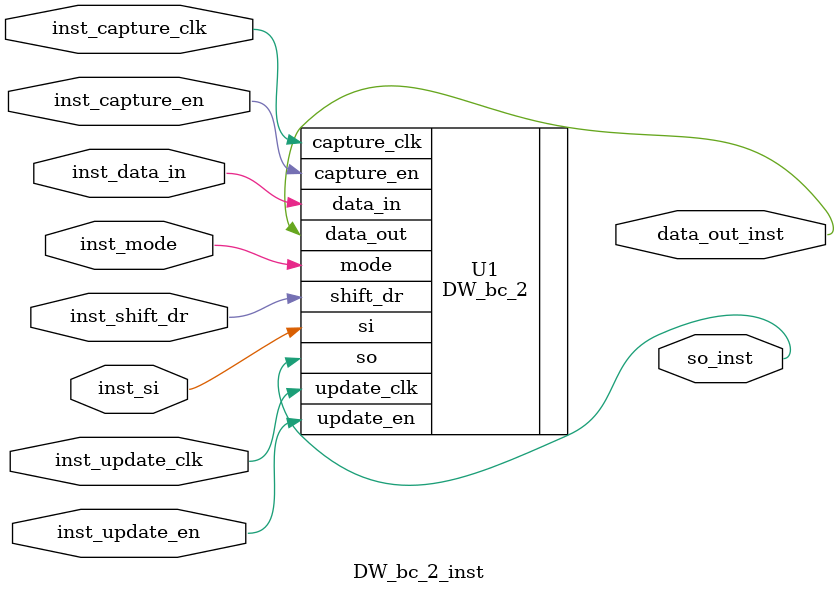
<source format=v>
module DW_bc_2_inst(inst_capture_clk, inst_update_clk, inst_capture_en,
                    inst_update_en, inst_shift_dr, inst_mode, inst_si,
                    inst_data_in, data_out_inst, so_inst );
  input inst_capture_clk;
  input inst_update_clk;
  input inst_capture_en;
  input inst_update_en;
  input inst_shift_dr;
  input inst_mode;
  input inst_si;
  input inst_data_in;
  output data_out_inst;
  output so_inst;

  // Instance of DW_bc_2
  DW_bc_2 
    U1 (.capture_clk(inst_capture_clk),   .update_clk(inst_update_clk),
        .capture_en(inst_capture_en),   .update_en(inst_update_en),
        .shift_dr(inst_shift_dr),   .mode(inst_mode),   .si(inst_si),
        .data_in(inst_data_in),   .data_out(data_out_inst),   .so(so_inst) );
endmodule


</source>
